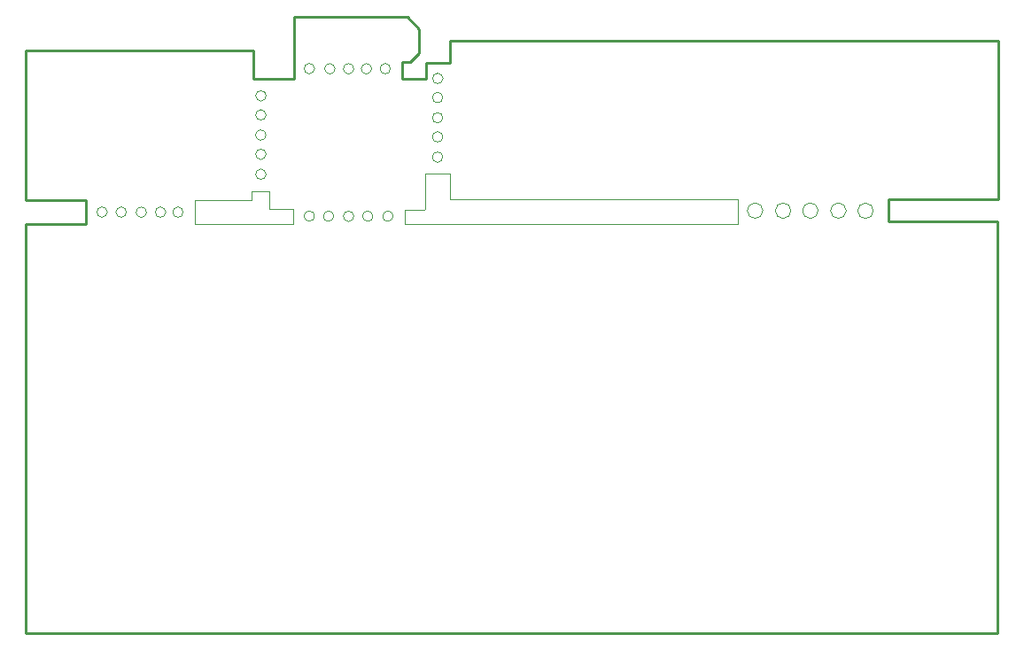
<source format=gko>
G04 Layer: BoardOutlineLayer*
G04 EasyEDA Pro v2.2.28.1, 2024-09-17 23:40:12*
G04 Gerber Generator version 0.3*
G04 Scale: 100 percent, Rotated: No, Reflected: No*
G04 Dimensions in millimeters*
G04 Leading zeros omitted, absolute positions, 3 integers and 5 decimals*
%FSLAX35Y35*%
%MOMM*%
%ADD10C,0.254*%
%ADD11C,0.0254*%
G75*


G04 PolygonModel Start*
G54D10*
G01X9283700Y0D02*
G01X9283700Y3933150D01*
G01X8244702Y3933150D01*
G01X8244702Y4152900D01*
G01X9296400Y4152900D01*
G01X9296400Y5664200D01*
G01X4051300Y5664200D01*
G01X4051300Y5451934D01*
G01X3822700Y5451934D01*
G01X3822700Y5302250D01*
G01X3598841Y5302250D01*
G01X3598841Y5461000D01*
G01X3670300Y5461000D01*
G01X3759200Y5549900D01*
G01X3759200Y5778500D01*
G01X3644900Y5892800D01*
G01X2565400Y5892800D01*
G01X2565400Y5302250D01*
G01X2171700Y5302250D01*
G01X2171700Y5575300D01*
G01X0Y5575300D01*
G01X0Y4140200D01*
G01X571500Y4140200D01*
G01X571500Y3911600D01*
G01X0Y3911600D01*
G01X0Y0D01*
G01X9283700Y0D01*
G54D11*
G01X6806359Y3911600D02*
G01X6806359Y4152059D01*
G01X6807200Y4152900D01*
G01X4051300Y4152900D01*
G01X4051300Y4396027D01*
G01X3816350Y4396027D01*
G01X3816350Y4057650D01*
G01X3810000Y4051300D01*
G01X3619500Y4051300D01*
G01X3619500Y3911600D01*
G01X6806359Y3911600D01*
G01X1615260Y3911600D02*
G01X1615260Y4140200D01*
G01X2159000Y4140200D01*
G01X2159000Y4229100D01*
G01X2330450Y4229100D01*
G01X2330450Y4057650D01*
G01X2555421Y4057650D01*
G01X2555421Y3911600D01*
G01X1615260Y3911600D01*

G04 Rect Start*
G01X6896100Y4039800D02*
G02X6971100Y4114800I75000J0D01*
G02X7046100Y4039800I0J-75000D01*
G02X6971100Y3964800I-75000J0D01*
G02X6896100Y4039800I0J75000D01*
G01X7164604Y4039800D02*
G02X7239604Y4114800I75000J0D01*
G02X7314604Y4039800I0J-75000D01*
G02X7239604Y3964800I-75000J0D01*
G02X7164604Y4039800I0J75000D01*
G01X7424052Y4039800D02*
G02X7499052Y4114800I75000J0D01*
G02X7574052Y4039800I0J-75000D01*
G02X7499052Y3964800I-75000J0D01*
G02X7424052Y4039800I0J75000D01*
G01X7692556Y4039800D02*
G02X7767556Y4114800I75000J0D01*
G02X7842556Y4039800I0J-75000D01*
G02X7767556Y3964800I-75000J0D01*
G02X7692556Y4039800I0J75000D01*
G01X7951800Y4038200D02*
G02X8026800Y4113200I75000J0D01*
G02X8101800Y4038200I0J-75000D01*
G02X8026800Y3963200I-75000J0D01*
G02X7951800Y4038200I0J75000D01*
G01X3936600Y4502550D02*
G02X3886600Y4552550I0J50000D01*
G02X3936600Y4602550I50000J0D01*
G01X3936600Y4602550D01*
G02X3986600Y4552550I0J-50000D01*
G02X3936600Y4502550I-50000J0D01*
G01X3936600Y4694854D02*
G02X3886600Y4744854I0J50000D01*
G02X3936600Y4794854I50000J0D01*
G02X3986600Y4744854I0J-50000D01*
G02X3936600Y4694854I-50000J0D01*
G01X3936600Y4878102D02*
G02X3886600Y4928102I0J50000D01*
G02X3936600Y4978102I50000J0D01*
G02X3986600Y4928102I0J-50000D01*
G02X3936600Y4878102I-50000J0D01*
G01X3936600Y5070406D02*
G02X3886600Y5120406I0J50000D01*
G02X3936600Y5170406I50000J0D01*
G02X3986600Y5120406I0J-50000D01*
G02X3936600Y5070406I-50000J0D01*
G01X3938200Y5253450D02*
G02X3888200Y5303450I0J50000D01*
G02X3938200Y5353450I50000J0D01*
G02X3988200Y5303450I0J-50000D01*
G02X3938200Y5253450I-50000J0D01*
G01X3306546Y5396700D02*
G02X3256546Y5346700I-50000J0D01*
G02X3206546Y5396700I0J50000D01*
G02X3256546Y5446700I50000J0D01*
G02X3306546Y5396700I0J-50000D01*
G01X3135998Y5396700D02*
G02X3085998Y5346700I-50000J0D01*
G02X3035998Y5396700I0J50000D01*
G02X3085998Y5446700I50000J0D01*
G02X3135998Y5396700I0J-50000D01*
G01X2956394Y5396700D02*
G02X2906394Y5346700I-50000J0D01*
G02X2856394Y5396700I0J50000D01*
G02X2906394Y5446700I50000J0D01*
G02X2956394Y5396700I0J-50000D01*
G01X2760650Y5398300D02*
G02X2710650Y5348300I-50000J0D01*
G02X2660650Y5398300I0J50000D01*
G02X2710650Y5448300I50000J0D01*
G02X2760650Y5398300I0J-50000D01*
G01X3486150Y5396700D02*
G02X3436150Y5346700I-50000J0D01*
G02X3386150Y5396700I0J50000D01*
G02X3436150Y5446700I50000J0D01*
G02X3486150Y5396700I0J-50000D01*
G01X3319246Y3986486D02*
G02X3269246Y3936486I-50000J0D01*
G02X3219246Y3986486I0J50000D01*
G02X3269246Y4036486I50000J0D01*
G02X3319246Y3986486I0J-50000D01*
G01X3135998Y3986486D02*
G02X3085998Y3936486I-50000J0D01*
G02X3035998Y3986486I0J50000D01*
G02X3085998Y4036486I50000J0D01*
G02X3135998Y3986486I0J-50000D01*
G01X2943694Y3986486D02*
G02X2893694Y3936486I-50000J0D01*
G02X2843694Y3986486I0J50000D01*
G02X2893694Y4036486I50000J0D01*
G02X2943694Y3986486I0J-50000D01*
G01X2760650Y3988086D02*
G02X2710650Y3938086I-50000J0D01*
G02X2660650Y3988086I0J50000D01*
G02X2710650Y4038086I50000J0D01*
G02X2760650Y3988086I0J-50000D01*
G01X3511550Y3986486D02*
G02X3461550Y3936486I-50000J0D01*
G02X3411550Y3986486I0J50000D01*
G02X3461550Y4036486I50000J0D01*
G02X3511550Y3986486I0J-50000D01*
G01X2247100Y4529354D02*
G02X2197100Y4579354I0J50000D01*
G02X2247100Y4629354I50000J0D01*
G02X2297100Y4579354I0J-50000D01*
G02X2247100Y4529354I-50000J0D01*
G01X2247100Y4712602D02*
G02X2197100Y4762602I0J50000D01*
G02X2247100Y4812602I50000J0D01*
G02X2297100Y4762602I0J-50000D01*
G02X2247100Y4712602I-50000J0D01*
G01X2247100Y4904906D02*
G02X2197100Y4954906I0J50000D01*
G02X2247100Y5004906I50000J0D01*
G01X2247100Y5004906D01*
G02X2297100Y4954906I0J-50000D01*
G02X2247100Y4904906I-50000J0D01*
G01X2248700Y5087950D02*
G02X2198700Y5137950I0J50000D01*
G02X2248700Y5187950I50000J0D01*
G01X2248700Y5187950D01*
G02X2298700Y5137950I0J-50000D01*
G02X2248700Y5087950I-50000J0D01*
G01X2247100Y4337050D02*
G02X2197100Y4387050I0J50000D01*
G02X2247100Y4437050I50000J0D01*
G02X2297100Y4387050I0J-50000D01*
G02X2247100Y4337050I-50000J0D01*
G01X1338046Y4025100D02*
G02X1288046Y3975100I-50000J0D01*
G02X1238046Y4025100I0J50000D01*
G02X1288046Y4075100I50000J0D01*
G02X1338046Y4025100I0J-50000D01*
G01X1154798Y4025100D02*
G02X1104798Y3975100I-50000J0D01*
G02X1054798Y4025100I0J50000D01*
G02X1104798Y4075100I50000J0D01*
G02X1154798Y4025100I0J-50000D01*
G01X962494Y4025100D02*
G02X912494Y3975100I-50000J0D01*
G02X862494Y4025100I0J50000D01*
G02X912494Y4075100I50000J0D01*
G02X962494Y4025100I0J-50000D01*
G01X779450Y4026700D02*
G02X729450Y3976700I-50000J0D01*
G02X679450Y4026700I0J50000D01*
G02X729450Y4076700I50000J0D01*
G02X779450Y4026700I0J-50000D01*
G01X1504950Y4025100D02*
G02X1454950Y3975100I-50000J0D01*
G02X1404950Y4025100I0J50000D01*
G02X1454950Y4075100I50000J0D01*
G02X1504950Y4025100I0J-50000D01*
G04 Rect End*

M02*


</source>
